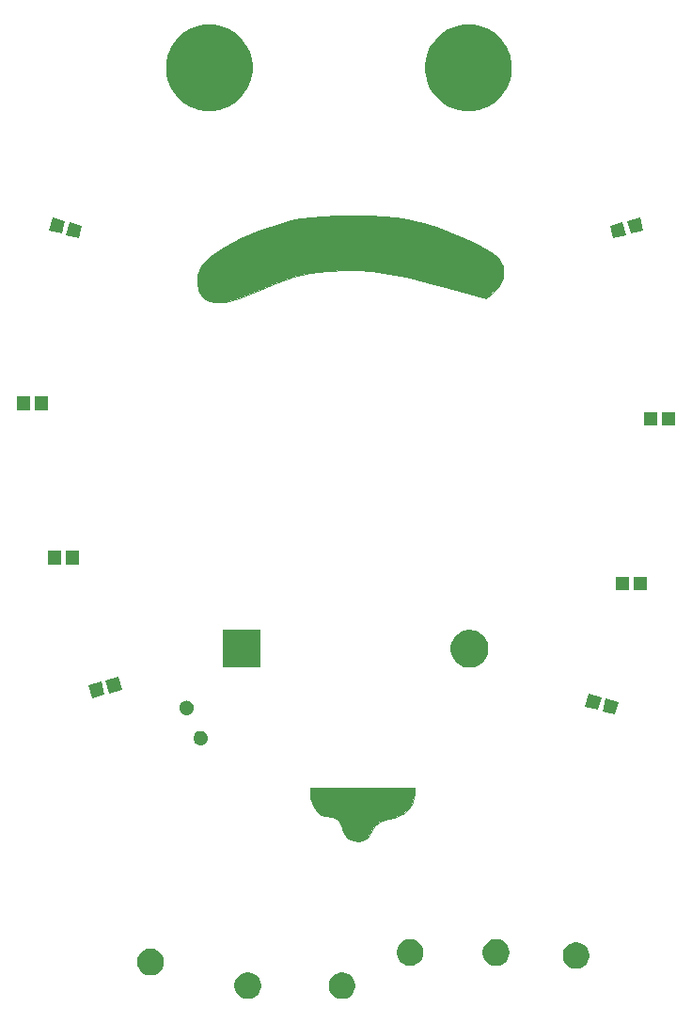
<source format=gts>
G04 #@! TF.GenerationSoftware,KiCad,Pcbnew,(5.0.2)-1*
G04 #@! TF.CreationDate,2019-05-02T20:45:04-04:00*
G04 #@! TF.ProjectId,Badge2019,42616467-6532-4303-9139-2e6b69636164,rev?*
G04 #@! TF.SameCoordinates,Original*
G04 #@! TF.FileFunction,Soldermask,Top*
G04 #@! TF.FilePolarity,Negative*
%FSLAX46Y46*%
G04 Gerber Fmt 4.6, Leading zero omitted, Abs format (unit mm)*
G04 Created by KiCad (PCBNEW (5.0.2)-1) date 5/2/2019 8:45:04 PM*
%MOMM*%
%LPD*%
G01*
G04 APERTURE LIST*
%ADD10C,0.010000*%
%ADD11C,0.100000*%
G04 APERTURE END LIST*
D10*
G04 #@! TO.C,G\002A\002A\002A*
G36*
X210053348Y-67603586D02*
X211381451Y-67649654D01*
X212462072Y-67747260D01*
X213438567Y-67910095D01*
X214454292Y-68151849D01*
X214617567Y-68195408D01*
X216024467Y-68628768D01*
X217496407Y-69173639D01*
X218915742Y-69776898D01*
X220164829Y-70385423D01*
X221126022Y-70946092D01*
X221653692Y-71372581D01*
X222042985Y-72178809D01*
X222043189Y-73122696D01*
X221680824Y-74005426D01*
X221240626Y-74469463D01*
X220511053Y-75011874D01*
X217497468Y-74170319D01*
X215229906Y-73559466D01*
X213349370Y-73109552D01*
X211739779Y-72800341D01*
X210285050Y-72611594D01*
X208869100Y-72523074D01*
X207972051Y-72509648D01*
X206238624Y-72564067D01*
X204703410Y-72753499D01*
X203196663Y-73117201D01*
X201548632Y-73694430D01*
X199948618Y-74365247D01*
X198323876Y-75015144D01*
X197067250Y-75358744D01*
X196113780Y-75403425D01*
X195398509Y-75156565D01*
X195099673Y-74915963D01*
X194669709Y-74326911D01*
X194523722Y-73598943D01*
X194557350Y-72910700D01*
X194885434Y-72140912D01*
X195684490Y-71317071D01*
X196898194Y-70474021D01*
X198470222Y-69646602D01*
X200344250Y-68869658D01*
X201974164Y-68322688D01*
X202975505Y-68035201D01*
X203859094Y-67835495D01*
X204765055Y-67707547D01*
X205833517Y-67635331D01*
X207204607Y-67602825D01*
X208334409Y-67595367D01*
X210053348Y-67603586D01*
X210053348Y-67603586D01*
G37*
X210053348Y-67603586D02*
X211381451Y-67649654D01*
X212462072Y-67747260D01*
X213438567Y-67910095D01*
X214454292Y-68151849D01*
X214617567Y-68195408D01*
X216024467Y-68628768D01*
X217496407Y-69173639D01*
X218915742Y-69776898D01*
X220164829Y-70385423D01*
X221126022Y-70946092D01*
X221653692Y-71372581D01*
X222042985Y-72178809D01*
X222043189Y-73122696D01*
X221680824Y-74005426D01*
X221240626Y-74469463D01*
X220511053Y-75011874D01*
X217497468Y-74170319D01*
X215229906Y-73559466D01*
X213349370Y-73109552D01*
X211739779Y-72800341D01*
X210285050Y-72611594D01*
X208869100Y-72523074D01*
X207972051Y-72509648D01*
X206238624Y-72564067D01*
X204703410Y-72753499D01*
X203196663Y-73117201D01*
X201548632Y-73694430D01*
X199948618Y-74365247D01*
X198323876Y-75015144D01*
X197067250Y-75358744D01*
X196113780Y-75403425D01*
X195398509Y-75156565D01*
X195099673Y-74915963D01*
X194669709Y-74326911D01*
X194523722Y-73598943D01*
X194557350Y-72910700D01*
X194885434Y-72140912D01*
X195684490Y-71317071D01*
X196898194Y-70474021D01*
X198470222Y-69646602D01*
X200344250Y-68869658D01*
X201974164Y-68322688D01*
X202975505Y-68035201D01*
X203859094Y-67835495D01*
X204765055Y-67707547D01*
X205833517Y-67635331D01*
X207204607Y-67602825D01*
X208334409Y-67595367D01*
X210053348Y-67603586D01*
G36*
X214082831Y-119685264D02*
X213836216Y-120563414D01*
X213178608Y-121303346D01*
X212233360Y-121787275D01*
X211777908Y-121886168D01*
X211002851Y-122064576D01*
X210534985Y-122434118D01*
X210245283Y-122939109D01*
X209845491Y-123573635D01*
X209356110Y-123821654D01*
X209039894Y-123844384D01*
X208382101Y-123736073D01*
X207987589Y-123508678D01*
X207714978Y-123004829D01*
X207524814Y-122439204D01*
X207270180Y-121892225D01*
X206763712Y-121711567D01*
X206567530Y-121705437D01*
X205676999Y-121465370D01*
X205019429Y-120835888D01*
X204728794Y-119953073D01*
X204724936Y-119833858D01*
X204724936Y-119031753D01*
X214082831Y-119031753D01*
X214082831Y-119685264D01*
X214082831Y-119685264D01*
G37*
X214082831Y-119685264D02*
X213836216Y-120563414D01*
X213178608Y-121303346D01*
X212233360Y-121787275D01*
X211777908Y-121886168D01*
X211002851Y-122064576D01*
X210534985Y-122434118D01*
X210245283Y-122939109D01*
X209845491Y-123573635D01*
X209356110Y-123821654D01*
X209039894Y-123844384D01*
X208382101Y-123736073D01*
X207987589Y-123508678D01*
X207714978Y-123004829D01*
X207524814Y-122439204D01*
X207270180Y-121892225D01*
X206763712Y-121711567D01*
X206567530Y-121705437D01*
X205676999Y-121465370D01*
X205019429Y-120835888D01*
X204728794Y-119953073D01*
X204724936Y-119833858D01*
X204724936Y-119031753D01*
X214082831Y-119031753D01*
X214082831Y-119685264D01*
D11*
G36*
X207934066Y-135703855D02*
X208152452Y-135794313D01*
X208348998Y-135925641D01*
X208516139Y-136092782D01*
X208647467Y-136289328D01*
X208737925Y-136507714D01*
X208784040Y-136739549D01*
X208784040Y-136975931D01*
X208737925Y-137207766D01*
X208647467Y-137426152D01*
X208516139Y-137622698D01*
X208348998Y-137789839D01*
X208152452Y-137921167D01*
X207934066Y-138011625D01*
X207702231Y-138057740D01*
X207465849Y-138057740D01*
X207234014Y-138011625D01*
X207015628Y-137921167D01*
X206819082Y-137789839D01*
X206651941Y-137622698D01*
X206520613Y-137426152D01*
X206430155Y-137207766D01*
X206384040Y-136975931D01*
X206384040Y-136739549D01*
X206430155Y-136507714D01*
X206520613Y-136289328D01*
X206651941Y-136092782D01*
X206819082Y-135925641D01*
X207015628Y-135794313D01*
X207234014Y-135703855D01*
X207465849Y-135657740D01*
X207702231Y-135657740D01*
X207934066Y-135703855D01*
X207934066Y-135703855D01*
G37*
G36*
X199445386Y-135688615D02*
X199663772Y-135779073D01*
X199860318Y-135910401D01*
X200027459Y-136077542D01*
X200158787Y-136274088D01*
X200249245Y-136492474D01*
X200295360Y-136724309D01*
X200295360Y-136960691D01*
X200249245Y-137192526D01*
X200158787Y-137410912D01*
X200027459Y-137607458D01*
X199860318Y-137774599D01*
X199663772Y-137905927D01*
X199445386Y-137996385D01*
X199213551Y-138042500D01*
X198977169Y-138042500D01*
X198745334Y-137996385D01*
X198526948Y-137905927D01*
X198330402Y-137774599D01*
X198163261Y-137607458D01*
X198031933Y-137410912D01*
X197941475Y-137192526D01*
X197895360Y-136960691D01*
X197895360Y-136724309D01*
X197941475Y-136492474D01*
X198031933Y-136274088D01*
X198163261Y-136077542D01*
X198330402Y-135910401D01*
X198526948Y-135779073D01*
X198745334Y-135688615D01*
X198977169Y-135642500D01*
X199213551Y-135642500D01*
X199445386Y-135688615D01*
X199445386Y-135688615D01*
G37*
G36*
X190687466Y-133567715D02*
X190905852Y-133658173D01*
X191102398Y-133789501D01*
X191269539Y-133956642D01*
X191400867Y-134153188D01*
X191491325Y-134371574D01*
X191537440Y-134603409D01*
X191537440Y-134839791D01*
X191491325Y-135071626D01*
X191400867Y-135290012D01*
X191269539Y-135486558D01*
X191102398Y-135653699D01*
X190905852Y-135785027D01*
X190687466Y-135875485D01*
X190455631Y-135921600D01*
X190219249Y-135921600D01*
X189987414Y-135875485D01*
X189769028Y-135785027D01*
X189572482Y-135653699D01*
X189405341Y-135486558D01*
X189274013Y-135290012D01*
X189183555Y-135071626D01*
X189137440Y-134839791D01*
X189137440Y-134603409D01*
X189183555Y-134371574D01*
X189274013Y-134153188D01*
X189405341Y-133956642D01*
X189572482Y-133789501D01*
X189769028Y-133658173D01*
X189987414Y-133567715D01*
X190219249Y-133521600D01*
X190455631Y-133521600D01*
X190687466Y-133567715D01*
X190687466Y-133567715D01*
G37*
G36*
X229010986Y-132980975D02*
X229229372Y-133071433D01*
X229425918Y-133202761D01*
X229593059Y-133369902D01*
X229724387Y-133566448D01*
X229814845Y-133784834D01*
X229860960Y-134016669D01*
X229860960Y-134253051D01*
X229814845Y-134484886D01*
X229724387Y-134703272D01*
X229593059Y-134899818D01*
X229425918Y-135066959D01*
X229229372Y-135198287D01*
X229010986Y-135288745D01*
X228779151Y-135334860D01*
X228542769Y-135334860D01*
X228310934Y-135288745D01*
X228092548Y-135198287D01*
X227896002Y-135066959D01*
X227728861Y-134899818D01*
X227597533Y-134703272D01*
X227507075Y-134484886D01*
X227460960Y-134253051D01*
X227460960Y-134016669D01*
X227507075Y-133784834D01*
X227597533Y-133566448D01*
X227728861Y-133369902D01*
X227896002Y-133202761D01*
X228092548Y-133071433D01*
X228310934Y-132980975D01*
X228542769Y-132934860D01*
X228779151Y-132934860D01*
X229010986Y-132980975D01*
X229010986Y-132980975D01*
G37*
G36*
X221797386Y-132716815D02*
X222015772Y-132807273D01*
X222212318Y-132938601D01*
X222379459Y-133105742D01*
X222510787Y-133302288D01*
X222601245Y-133520674D01*
X222647360Y-133752509D01*
X222647360Y-133988891D01*
X222601245Y-134220726D01*
X222510787Y-134439112D01*
X222379459Y-134635658D01*
X222212318Y-134802799D01*
X222015772Y-134934127D01*
X221797386Y-135024585D01*
X221565551Y-135070700D01*
X221329169Y-135070700D01*
X221097334Y-135024585D01*
X220878948Y-134934127D01*
X220682402Y-134802799D01*
X220515261Y-134635658D01*
X220383933Y-134439112D01*
X220293475Y-134220726D01*
X220247360Y-133988891D01*
X220247360Y-133752509D01*
X220293475Y-133520674D01*
X220383933Y-133302288D01*
X220515261Y-133105742D01*
X220682402Y-132938601D01*
X220878948Y-132807273D01*
X221097334Y-132716815D01*
X221329169Y-132670700D01*
X221565551Y-132670700D01*
X221797386Y-132716815D01*
X221797386Y-132716815D01*
G37*
G36*
X214070706Y-132706655D02*
X214289092Y-132797113D01*
X214485638Y-132928441D01*
X214652779Y-133095582D01*
X214784107Y-133292128D01*
X214874565Y-133510514D01*
X214920680Y-133742349D01*
X214920680Y-133978731D01*
X214874565Y-134210566D01*
X214784107Y-134428952D01*
X214652779Y-134625498D01*
X214485638Y-134792639D01*
X214289092Y-134923967D01*
X214070706Y-135014425D01*
X213838871Y-135060540D01*
X213602489Y-135060540D01*
X213370654Y-135014425D01*
X213152268Y-134923967D01*
X212955722Y-134792639D01*
X212788581Y-134625498D01*
X212657253Y-134428952D01*
X212566795Y-134210566D01*
X212520680Y-133978731D01*
X212520680Y-133742349D01*
X212566795Y-133510514D01*
X212657253Y-133292128D01*
X212788581Y-133095582D01*
X212955722Y-132928441D01*
X213152268Y-132797113D01*
X213370654Y-132706655D01*
X213602489Y-132660540D01*
X213838871Y-132660540D01*
X214070706Y-132706655D01*
X214070706Y-132706655D01*
G37*
G36*
X194993244Y-113951459D02*
X195035104Y-113959785D01*
X195069751Y-113974136D01*
X195153396Y-114008783D01*
X195259860Y-114079920D01*
X195350392Y-114170452D01*
X195421529Y-114276916D01*
X195470527Y-114395209D01*
X195495506Y-114520785D01*
X195495506Y-114648827D01*
X195470527Y-114774403D01*
X195421529Y-114892696D01*
X195350392Y-114999160D01*
X195259860Y-115089692D01*
X195153396Y-115160829D01*
X195069751Y-115195476D01*
X195035104Y-115209827D01*
X194993244Y-115218153D01*
X194909527Y-115234806D01*
X194781485Y-115234806D01*
X194697768Y-115218153D01*
X194655908Y-115209827D01*
X194621261Y-115195476D01*
X194537616Y-115160829D01*
X194431152Y-115089692D01*
X194340620Y-114999160D01*
X194269483Y-114892696D01*
X194220485Y-114774403D01*
X194195506Y-114648827D01*
X194195506Y-114520785D01*
X194220485Y-114395209D01*
X194269483Y-114276916D01*
X194340620Y-114170452D01*
X194431152Y-114079920D01*
X194537616Y-114008783D01*
X194621261Y-113974136D01*
X194655908Y-113959785D01*
X194697768Y-113951459D01*
X194781485Y-113934806D01*
X194909527Y-113934806D01*
X194993244Y-113951459D01*
X194993244Y-113951459D01*
G37*
G36*
X193725389Y-111232535D02*
X193767249Y-111240861D01*
X193801896Y-111255212D01*
X193885541Y-111289859D01*
X193992005Y-111360996D01*
X194082537Y-111451528D01*
X194153674Y-111557992D01*
X194202672Y-111676285D01*
X194227651Y-111801861D01*
X194227651Y-111929903D01*
X194202672Y-112055479D01*
X194153674Y-112173772D01*
X194082537Y-112280236D01*
X193992005Y-112370768D01*
X193885541Y-112441905D01*
X193803609Y-112475842D01*
X193767249Y-112490903D01*
X193725389Y-112499229D01*
X193641672Y-112515882D01*
X193513630Y-112515882D01*
X193429913Y-112499229D01*
X193388053Y-112490903D01*
X193351693Y-112475842D01*
X193269761Y-112441905D01*
X193163297Y-112370768D01*
X193072765Y-112280236D01*
X193001628Y-112173772D01*
X192952630Y-112055479D01*
X192927651Y-111929903D01*
X192927651Y-111801861D01*
X192952630Y-111676285D01*
X193001628Y-111557992D01*
X193072765Y-111451528D01*
X193163297Y-111360996D01*
X193269761Y-111289859D01*
X193353406Y-111255212D01*
X193388053Y-111240861D01*
X193429913Y-111232535D01*
X193513630Y-111215882D01*
X193641672Y-111215882D01*
X193725389Y-111232535D01*
X193725389Y-111232535D01*
G37*
G36*
X232479948Y-111316731D02*
X232169365Y-112475842D01*
X231010254Y-112165259D01*
X231320837Y-111006148D01*
X232479948Y-111316731D01*
X232479948Y-111316731D01*
G37*
G36*
X230934466Y-110902621D02*
X230623883Y-112061732D01*
X229464772Y-111751149D01*
X229775355Y-110592038D01*
X230934466Y-110902621D01*
X230934466Y-110902621D01*
G37*
G36*
X186210146Y-110666659D02*
X185051035Y-110977242D01*
X184740452Y-109818131D01*
X185899563Y-109507548D01*
X186210146Y-110666659D01*
X186210146Y-110666659D01*
G37*
G36*
X187755628Y-110252549D02*
X186596517Y-110563132D01*
X186285934Y-109404021D01*
X187445045Y-109093438D01*
X187755628Y-110252549D01*
X187755628Y-110252549D01*
G37*
G36*
X219440893Y-104881313D02*
X219550372Y-104903090D01*
X219859752Y-105031239D01*
X220138187Y-105217283D01*
X220374977Y-105454073D01*
X220561021Y-105732508D01*
X220689170Y-106041888D01*
X220754500Y-106370325D01*
X220754500Y-106705195D01*
X220689170Y-107033632D01*
X220561021Y-107343012D01*
X220374977Y-107621447D01*
X220138187Y-107858237D01*
X219859752Y-108044281D01*
X219550372Y-108172430D01*
X219440893Y-108194207D01*
X219221937Y-108237760D01*
X218887063Y-108237760D01*
X218668107Y-108194207D01*
X218558628Y-108172430D01*
X218249248Y-108044281D01*
X217970813Y-107858237D01*
X217734023Y-107621447D01*
X217547979Y-107343012D01*
X217419830Y-107033632D01*
X217354500Y-106705195D01*
X217354500Y-106370325D01*
X217419830Y-106041888D01*
X217547979Y-105732508D01*
X217734023Y-105454073D01*
X217970813Y-105217283D01*
X218249248Y-105031239D01*
X218558628Y-104903090D01*
X218668107Y-104881313D01*
X218887063Y-104837760D01*
X219221937Y-104837760D01*
X219440893Y-104881313D01*
X219440893Y-104881313D01*
G37*
G36*
X200264500Y-108237760D02*
X196864500Y-108237760D01*
X196864500Y-104837760D01*
X200264500Y-104837760D01*
X200264500Y-108237760D01*
X200264500Y-108237760D01*
G37*
G36*
X233416500Y-101252580D02*
X232216500Y-101252580D01*
X232216500Y-100052580D01*
X233416500Y-100052580D01*
X233416500Y-101252580D01*
X233416500Y-101252580D01*
G37*
G36*
X235016500Y-101252580D02*
X233816500Y-101252580D01*
X233816500Y-100052580D01*
X235016500Y-100052580D01*
X235016500Y-101252580D01*
X235016500Y-101252580D01*
G37*
G36*
X183878580Y-98948800D02*
X182678580Y-98948800D01*
X182678580Y-97748800D01*
X183878580Y-97748800D01*
X183878580Y-98948800D01*
X183878580Y-98948800D01*
G37*
G36*
X182278580Y-98948800D02*
X181078580Y-98948800D01*
X181078580Y-97748800D01*
X182278580Y-97748800D01*
X182278580Y-98948800D01*
X182278580Y-98948800D01*
G37*
G36*
X235986980Y-86479940D02*
X234786980Y-86479940D01*
X234786980Y-85279940D01*
X235986980Y-85279940D01*
X235986980Y-86479940D01*
X235986980Y-86479940D01*
G37*
G36*
X237586980Y-86479940D02*
X236386980Y-86479940D01*
X236386980Y-85279940D01*
X237586980Y-85279940D01*
X237586980Y-86479940D01*
X237586980Y-86479940D01*
G37*
G36*
X181115160Y-85067700D02*
X179915160Y-85067700D01*
X179915160Y-83867700D01*
X181115160Y-83867700D01*
X181115160Y-85067700D01*
X181115160Y-85067700D01*
G37*
G36*
X179515160Y-85067700D02*
X178315160Y-85067700D01*
X178315160Y-83867700D01*
X179515160Y-83867700D01*
X179515160Y-85067700D01*
X179515160Y-85067700D01*
G37*
G36*
X233179826Y-69315459D02*
X232020715Y-69626042D01*
X231710132Y-68466931D01*
X232869243Y-68156348D01*
X233179826Y-69315459D01*
X233179826Y-69315459D01*
G37*
G36*
X184186928Y-68466931D02*
X183876345Y-69626042D01*
X182717234Y-69315459D01*
X183027817Y-68156348D01*
X184186928Y-68466931D01*
X184186928Y-68466931D01*
G37*
G36*
X234725308Y-68901349D02*
X233566197Y-69211932D01*
X233255614Y-68052821D01*
X234414725Y-67742238D01*
X234725308Y-68901349D01*
X234725308Y-68901349D01*
G37*
G36*
X182641446Y-68052821D02*
X182330863Y-69211932D01*
X181171752Y-68901349D01*
X181482335Y-67742238D01*
X182641446Y-68052821D01*
X182641446Y-68052821D01*
G37*
G36*
X219857291Y-50484797D02*
X220108448Y-50534755D01*
X220818203Y-50828745D01*
X221448461Y-51249871D01*
X221456968Y-51255555D01*
X222000185Y-51798772D01*
X222000187Y-51798775D01*
X222426995Y-52437537D01*
X222599654Y-52854372D01*
X222720985Y-53147293D01*
X222870860Y-53900762D01*
X222870860Y-54668998D01*
X222827918Y-54884880D01*
X222720985Y-55422468D01*
X222426995Y-56132223D01*
X222005869Y-56762481D01*
X222000185Y-56770988D01*
X221456968Y-57314205D01*
X221456965Y-57314207D01*
X220818203Y-57741015D01*
X220108448Y-58035005D01*
X219857291Y-58084963D01*
X219354978Y-58184880D01*
X218586742Y-58184880D01*
X218084429Y-58084963D01*
X217833272Y-58035005D01*
X217123517Y-57741015D01*
X216484755Y-57314207D01*
X216484752Y-57314205D01*
X215941535Y-56770988D01*
X215935851Y-56762481D01*
X215514725Y-56132223D01*
X215220735Y-55422468D01*
X215113802Y-54884880D01*
X215070860Y-54668998D01*
X215070860Y-53900762D01*
X215220735Y-53147293D01*
X215342067Y-52854372D01*
X215514725Y-52437537D01*
X215941533Y-51798775D01*
X215941535Y-51798772D01*
X216484752Y-51255555D01*
X216493259Y-51249871D01*
X217123517Y-50828745D01*
X217833272Y-50534755D01*
X218084429Y-50484797D01*
X218586742Y-50384880D01*
X219354978Y-50384880D01*
X219857291Y-50484797D01*
X219857291Y-50484797D01*
G37*
G36*
X196517231Y-50484797D02*
X196768388Y-50534755D01*
X197478143Y-50828745D01*
X198108401Y-51249871D01*
X198116908Y-51255555D01*
X198660125Y-51798772D01*
X198660127Y-51798775D01*
X199086935Y-52437537D01*
X199259594Y-52854372D01*
X199380925Y-53147293D01*
X199530800Y-53900762D01*
X199530800Y-54668998D01*
X199487858Y-54884880D01*
X199380925Y-55422468D01*
X199086935Y-56132223D01*
X198665809Y-56762481D01*
X198660125Y-56770988D01*
X198116908Y-57314205D01*
X198116905Y-57314207D01*
X197478143Y-57741015D01*
X196768388Y-58035005D01*
X196517231Y-58084963D01*
X196014918Y-58184880D01*
X195246682Y-58184880D01*
X194744369Y-58084963D01*
X194493212Y-58035005D01*
X193783457Y-57741015D01*
X193144695Y-57314207D01*
X193144692Y-57314205D01*
X192601475Y-56770988D01*
X192595791Y-56762481D01*
X192174665Y-56132223D01*
X191880675Y-55422468D01*
X191773742Y-54884880D01*
X191730800Y-54668998D01*
X191730800Y-53900762D01*
X191880675Y-53147293D01*
X192002007Y-52854372D01*
X192174665Y-52437537D01*
X192601473Y-51798775D01*
X192601475Y-51798772D01*
X193144692Y-51255555D01*
X193153199Y-51249871D01*
X193783457Y-50828745D01*
X194493212Y-50534755D01*
X194744369Y-50484797D01*
X195246682Y-50384880D01*
X196014918Y-50384880D01*
X196517231Y-50484797D01*
X196517231Y-50484797D01*
G37*
M02*

</source>
